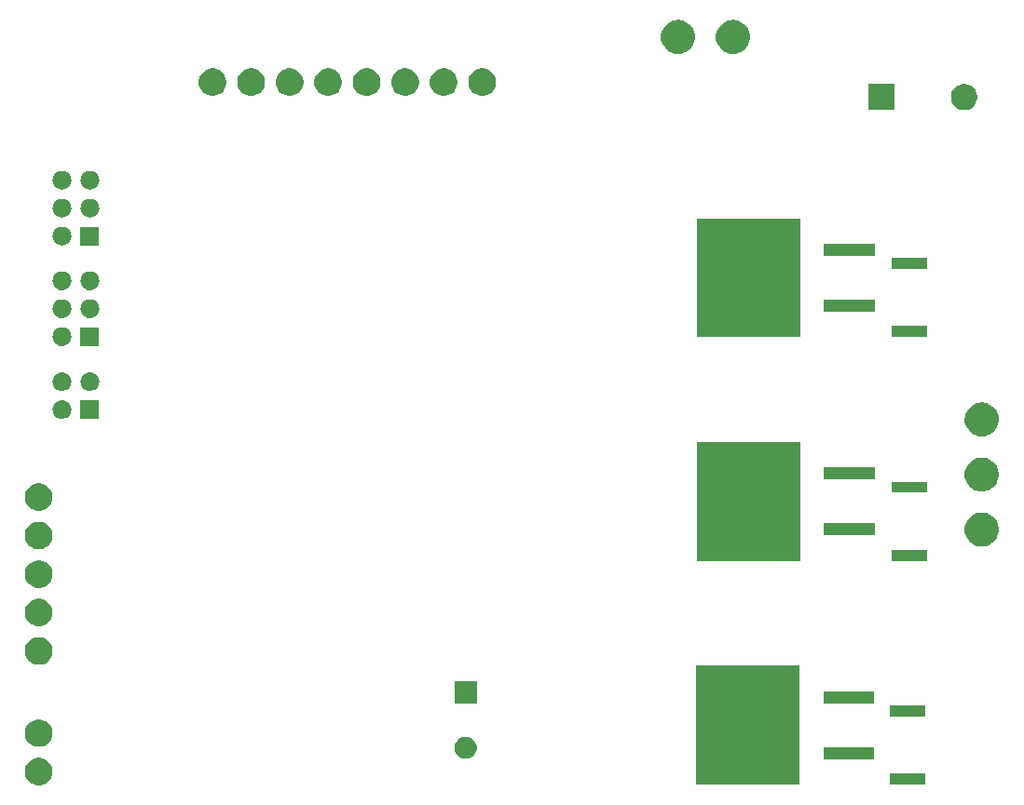
<source format=gbs>
G04 #@! TF.GenerationSoftware,KiCad,Pcbnew,(5.0.1)-3*
G04 #@! TF.CreationDate,2018-10-29T22:15:53-04:00*
G04 #@! TF.ProjectId,GCEW,474345572E6B696361645F7063620000,rev?*
G04 #@! TF.SameCoordinates,Original*
G04 #@! TF.FileFunction,Soldermask,Bot*
G04 #@! TF.FilePolarity,Negative*
%FSLAX46Y46*%
G04 Gerber Fmt 4.6, Leading zero omitted, Abs format (unit mm)*
G04 Created by KiCad (PCBNEW (5.0.1)-3) date 10/29/2018 10:15:53 PM*
%MOMM*%
%LPD*%
G01*
G04 APERTURE LIST*
%ADD10C,0.100000*%
G04 APERTURE END LIST*
D10*
G36*
X124364612Y-135823037D02*
X124592096Y-135917264D01*
X124796831Y-136054064D01*
X124970936Y-136228169D01*
X125107736Y-136432904D01*
X125201963Y-136660388D01*
X125250000Y-136901885D01*
X125250000Y-137148115D01*
X125201963Y-137389612D01*
X125107736Y-137617096D01*
X124970936Y-137821831D01*
X124796831Y-137995936D01*
X124592096Y-138132736D01*
X124364612Y-138226963D01*
X124123115Y-138275000D01*
X123876885Y-138275000D01*
X123635388Y-138226963D01*
X123407904Y-138132736D01*
X123203169Y-137995936D01*
X123029064Y-137821831D01*
X122892264Y-137617096D01*
X122798037Y-137389612D01*
X122750000Y-137148115D01*
X122750000Y-136901885D01*
X122798037Y-136660388D01*
X122892264Y-136432904D01*
X123029064Y-136228169D01*
X123203169Y-136054064D01*
X123407904Y-135917264D01*
X123635388Y-135823037D01*
X123876885Y-135775000D01*
X124123115Y-135775000D01*
X124364612Y-135823037D01*
X124364612Y-135823037D01*
G37*
G36*
X204550000Y-138200000D02*
X201350000Y-138200000D01*
X201350000Y-137200000D01*
X204550000Y-137200000D01*
X204550000Y-138200000D01*
X204550000Y-138200000D01*
G37*
G36*
X193149999Y-138199999D02*
X183749999Y-138199999D01*
X183749999Y-127399999D01*
X193149999Y-127399999D01*
X193149999Y-138199999D01*
X193149999Y-138199999D01*
G37*
G36*
X199899999Y-135889999D02*
X195299999Y-135889999D01*
X195299999Y-134789999D01*
X199899999Y-134789999D01*
X199899999Y-135889999D01*
X199899999Y-135889999D01*
G37*
G36*
X162975770Y-133865372D02*
X163091689Y-133888429D01*
X163273678Y-133963811D01*
X163437463Y-134073249D01*
X163576751Y-134212537D01*
X163686189Y-134376322D01*
X163761571Y-134558311D01*
X163800000Y-134751509D01*
X163800000Y-134948491D01*
X163761571Y-135141689D01*
X163686189Y-135323678D01*
X163576751Y-135487463D01*
X163437463Y-135626751D01*
X163273678Y-135736189D01*
X163091689Y-135811571D01*
X162975770Y-135834628D01*
X162898493Y-135850000D01*
X162701507Y-135850000D01*
X162624230Y-135834628D01*
X162508311Y-135811571D01*
X162326322Y-135736189D01*
X162162537Y-135626751D01*
X162023249Y-135487463D01*
X161913811Y-135323678D01*
X161838429Y-135141689D01*
X161800000Y-134948491D01*
X161800000Y-134751509D01*
X161838429Y-134558311D01*
X161913811Y-134376322D01*
X162023249Y-134212537D01*
X162162537Y-134073249D01*
X162326322Y-133963811D01*
X162508311Y-133888429D01*
X162624230Y-133865372D01*
X162701507Y-133850000D01*
X162898493Y-133850000D01*
X162975770Y-133865372D01*
X162975770Y-133865372D01*
G37*
G36*
X124364612Y-132323037D02*
X124592096Y-132417264D01*
X124796831Y-132554064D01*
X124970936Y-132728169D01*
X125107736Y-132932904D01*
X125201963Y-133160388D01*
X125250000Y-133401885D01*
X125250000Y-133648115D01*
X125201963Y-133889612D01*
X125107736Y-134117096D01*
X124970936Y-134321831D01*
X124796831Y-134495936D01*
X124592096Y-134632736D01*
X124364612Y-134726963D01*
X124123115Y-134775000D01*
X123876885Y-134775000D01*
X123635388Y-134726963D01*
X123407904Y-134632736D01*
X123203169Y-134495936D01*
X123029064Y-134321831D01*
X122892264Y-134117096D01*
X122798037Y-133889612D01*
X122750000Y-133648115D01*
X122750000Y-133401885D01*
X122798037Y-133160388D01*
X122892264Y-132932904D01*
X123029064Y-132728169D01*
X123203169Y-132554064D01*
X123407904Y-132417264D01*
X123635388Y-132323037D01*
X123876885Y-132275000D01*
X124123115Y-132275000D01*
X124364612Y-132323037D01*
X124364612Y-132323037D01*
G37*
G36*
X204550000Y-132000000D02*
X201350000Y-132000000D01*
X201350000Y-131000000D01*
X204550000Y-131000000D01*
X204550000Y-132000000D01*
X204550000Y-132000000D01*
G37*
G36*
X163800000Y-130850000D02*
X161800000Y-130850000D01*
X161800000Y-128850000D01*
X163800000Y-128850000D01*
X163800000Y-130850000D01*
X163800000Y-130850000D01*
G37*
G36*
X199899999Y-130809999D02*
X195299999Y-130809999D01*
X195299999Y-129709999D01*
X199899999Y-129709999D01*
X199899999Y-130809999D01*
X199899999Y-130809999D01*
G37*
G36*
X124364612Y-124848037D02*
X124592096Y-124942264D01*
X124796831Y-125079064D01*
X124970936Y-125253169D01*
X125107736Y-125457904D01*
X125201963Y-125685388D01*
X125250000Y-125926885D01*
X125250000Y-126173115D01*
X125201963Y-126414612D01*
X125107736Y-126642096D01*
X124970936Y-126846831D01*
X124796831Y-127020936D01*
X124592096Y-127157736D01*
X124364612Y-127251963D01*
X124123115Y-127300000D01*
X123876885Y-127300000D01*
X123635388Y-127251963D01*
X123407904Y-127157736D01*
X123203169Y-127020936D01*
X123029064Y-126846831D01*
X122892264Y-126642096D01*
X122798037Y-126414612D01*
X122750000Y-126173115D01*
X122750000Y-125926885D01*
X122798037Y-125685388D01*
X122892264Y-125457904D01*
X123029064Y-125253169D01*
X123203169Y-125079064D01*
X123407904Y-124942264D01*
X123635388Y-124848037D01*
X123876885Y-124800000D01*
X124123115Y-124800000D01*
X124364612Y-124848037D01*
X124364612Y-124848037D01*
G37*
G36*
X124364612Y-121348037D02*
X124592096Y-121442264D01*
X124796831Y-121579064D01*
X124970936Y-121753169D01*
X125107736Y-121957904D01*
X125201963Y-122185388D01*
X125250000Y-122426885D01*
X125250000Y-122673115D01*
X125201963Y-122914612D01*
X125107736Y-123142096D01*
X124970936Y-123346831D01*
X124796831Y-123520936D01*
X124592096Y-123657736D01*
X124364612Y-123751963D01*
X124123115Y-123800000D01*
X123876885Y-123800000D01*
X123635388Y-123751963D01*
X123407904Y-123657736D01*
X123203169Y-123520936D01*
X123029064Y-123346831D01*
X122892264Y-123142096D01*
X122798037Y-122914612D01*
X122750000Y-122673115D01*
X122750000Y-122426885D01*
X122798037Y-122185388D01*
X122892264Y-121957904D01*
X123029064Y-121753169D01*
X123203169Y-121579064D01*
X123407904Y-121442264D01*
X123635388Y-121348037D01*
X123876885Y-121300000D01*
X124123115Y-121300000D01*
X124364612Y-121348037D01*
X124364612Y-121348037D01*
G37*
G36*
X124364612Y-117848037D02*
X124592096Y-117942264D01*
X124796831Y-118079064D01*
X124970936Y-118253169D01*
X125107736Y-118457904D01*
X125201963Y-118685388D01*
X125250000Y-118926885D01*
X125250000Y-119173115D01*
X125201963Y-119414612D01*
X125107736Y-119642096D01*
X124970936Y-119846831D01*
X124796831Y-120020936D01*
X124592096Y-120157736D01*
X124364612Y-120251963D01*
X124123115Y-120300000D01*
X123876885Y-120300000D01*
X123635388Y-120251963D01*
X123407904Y-120157736D01*
X123203169Y-120020936D01*
X123029064Y-119846831D01*
X122892264Y-119642096D01*
X122798037Y-119414612D01*
X122750000Y-119173115D01*
X122750000Y-118926885D01*
X122798037Y-118685388D01*
X122892264Y-118457904D01*
X123029064Y-118253169D01*
X123203169Y-118079064D01*
X123407904Y-117942264D01*
X123635388Y-117848037D01*
X123876885Y-117800000D01*
X124123115Y-117800000D01*
X124364612Y-117848037D01*
X124364612Y-117848037D01*
G37*
G36*
X193199999Y-117850000D02*
X183799999Y-117850000D01*
X183799999Y-107050000D01*
X193199999Y-107050000D01*
X193199999Y-117850000D01*
X193199999Y-117850000D01*
G37*
G36*
X204700000Y-117850000D02*
X201500000Y-117850000D01*
X201500000Y-116850000D01*
X204700000Y-116850000D01*
X204700000Y-117850000D01*
X204700000Y-117850000D01*
G37*
G36*
X124364612Y-114348037D02*
X124592096Y-114442264D01*
X124796831Y-114579064D01*
X124970936Y-114753169D01*
X125107736Y-114957904D01*
X125201963Y-115185388D01*
X125250000Y-115426885D01*
X125250000Y-115673115D01*
X125201963Y-115914612D01*
X125107736Y-116142096D01*
X124970936Y-116346831D01*
X124796831Y-116520936D01*
X124592096Y-116657736D01*
X124364612Y-116751963D01*
X124123115Y-116800000D01*
X123876885Y-116800000D01*
X123635388Y-116751963D01*
X123407904Y-116657736D01*
X123203169Y-116520936D01*
X123029064Y-116346831D01*
X122892264Y-116142096D01*
X122798037Y-115914612D01*
X122750000Y-115673115D01*
X122750000Y-115426885D01*
X122798037Y-115185388D01*
X122892264Y-114957904D01*
X123029064Y-114753169D01*
X123203169Y-114579064D01*
X123407904Y-114442264D01*
X123635388Y-114348037D01*
X123876885Y-114300000D01*
X124123115Y-114300000D01*
X124364612Y-114348037D01*
X124364612Y-114348037D01*
G37*
G36*
X209952481Y-113469855D02*
X210152118Y-113509565D01*
X210340173Y-113587460D01*
X210434201Y-113626408D01*
X210688071Y-113796038D01*
X210903962Y-114011929D01*
X211073592Y-114265799D01*
X211073592Y-114265800D01*
X211190435Y-114547882D01*
X211190435Y-114547884D01*
X211250000Y-114847337D01*
X211250000Y-115152663D01*
X211243490Y-115185389D01*
X211190435Y-115452118D01*
X211112540Y-115640173D01*
X211073592Y-115734201D01*
X210903962Y-115988071D01*
X210688071Y-116203962D01*
X210434201Y-116373592D01*
X210340173Y-116412540D01*
X210152118Y-116490435D01*
X209952481Y-116530145D01*
X209852663Y-116550000D01*
X209547337Y-116550000D01*
X209447519Y-116530145D01*
X209247882Y-116490435D01*
X209059827Y-116412540D01*
X208965799Y-116373592D01*
X208711929Y-116203962D01*
X208496038Y-115988071D01*
X208326408Y-115734201D01*
X208287460Y-115640173D01*
X208209565Y-115452118D01*
X208156510Y-115185389D01*
X208150000Y-115152663D01*
X208150000Y-114847337D01*
X208209565Y-114547884D01*
X208209565Y-114547882D01*
X208326408Y-114265800D01*
X208326408Y-114265799D01*
X208496038Y-114011929D01*
X208711929Y-113796038D01*
X208965799Y-113626408D01*
X209059827Y-113587460D01*
X209247882Y-113509565D01*
X209447519Y-113469855D01*
X209547337Y-113450000D01*
X209852663Y-113450000D01*
X209952481Y-113469855D01*
X209952481Y-113469855D01*
G37*
G36*
X199949999Y-115540000D02*
X195349999Y-115540000D01*
X195349999Y-114440000D01*
X199949999Y-114440000D01*
X199949999Y-115540000D01*
X199949999Y-115540000D01*
G37*
G36*
X124364612Y-110848037D02*
X124592096Y-110942264D01*
X124796831Y-111079064D01*
X124970936Y-111253169D01*
X125107736Y-111457904D01*
X125201963Y-111685388D01*
X125250000Y-111926885D01*
X125250000Y-112173115D01*
X125201963Y-112414612D01*
X125107736Y-112642096D01*
X124970936Y-112846831D01*
X124796831Y-113020936D01*
X124592096Y-113157736D01*
X124364612Y-113251963D01*
X124123115Y-113300000D01*
X123876885Y-113300000D01*
X123635388Y-113251963D01*
X123407904Y-113157736D01*
X123203169Y-113020936D01*
X123029064Y-112846831D01*
X122892264Y-112642096D01*
X122798037Y-112414612D01*
X122750000Y-112173115D01*
X122750000Y-111926885D01*
X122798037Y-111685388D01*
X122892264Y-111457904D01*
X123029064Y-111253169D01*
X123203169Y-111079064D01*
X123407904Y-110942264D01*
X123635388Y-110848037D01*
X123876885Y-110800000D01*
X124123115Y-110800000D01*
X124364612Y-110848037D01*
X124364612Y-110848037D01*
G37*
G36*
X204700000Y-111650000D02*
X201500000Y-111650000D01*
X201500000Y-110650000D01*
X204700000Y-110650000D01*
X204700000Y-111650000D01*
X204700000Y-111650000D01*
G37*
G36*
X209952481Y-108469855D02*
X210152118Y-108509565D01*
X210340173Y-108587460D01*
X210434201Y-108626408D01*
X210688071Y-108796038D01*
X210903962Y-109011929D01*
X211073592Y-109265799D01*
X211073592Y-109265800D01*
X211190435Y-109547882D01*
X211250000Y-109847338D01*
X211250000Y-110152662D01*
X211190435Y-110452118D01*
X211112540Y-110640173D01*
X211073592Y-110734201D01*
X210903962Y-110988071D01*
X210688071Y-111203962D01*
X210434201Y-111373592D01*
X210340173Y-111412540D01*
X210152118Y-111490435D01*
X209952481Y-111530145D01*
X209852663Y-111550000D01*
X209547337Y-111550000D01*
X209447519Y-111530145D01*
X209247882Y-111490435D01*
X209059827Y-111412540D01*
X208965799Y-111373592D01*
X208711929Y-111203962D01*
X208496038Y-110988071D01*
X208326408Y-110734201D01*
X208287460Y-110640173D01*
X208209565Y-110452118D01*
X208150000Y-110152662D01*
X208150000Y-109847338D01*
X208209565Y-109547882D01*
X208326408Y-109265800D01*
X208326408Y-109265799D01*
X208496038Y-109011929D01*
X208711929Y-108796038D01*
X208965799Y-108626408D01*
X209059827Y-108587460D01*
X209247882Y-108509565D01*
X209447519Y-108469855D01*
X209547337Y-108450000D01*
X209852663Y-108450000D01*
X209952481Y-108469855D01*
X209952481Y-108469855D01*
G37*
G36*
X199949999Y-110460000D02*
X195349999Y-110460000D01*
X195349999Y-109360000D01*
X199949999Y-109360000D01*
X199949999Y-110460000D01*
X199949999Y-110460000D01*
G37*
G36*
X209952481Y-103469855D02*
X210152118Y-103509565D01*
X210340173Y-103587460D01*
X210434201Y-103626408D01*
X210688071Y-103796038D01*
X210903962Y-104011929D01*
X211073592Y-104265799D01*
X211073936Y-104266630D01*
X211190435Y-104547882D01*
X211221478Y-104703948D01*
X211242607Y-104810168D01*
X211250000Y-104847338D01*
X211250000Y-105152662D01*
X211190435Y-105452118D01*
X211112540Y-105640173D01*
X211073592Y-105734201D01*
X210903962Y-105988071D01*
X210688071Y-106203962D01*
X210434201Y-106373592D01*
X210340173Y-106412540D01*
X210152118Y-106490435D01*
X209952481Y-106530145D01*
X209852663Y-106550000D01*
X209547337Y-106550000D01*
X209447519Y-106530145D01*
X209247882Y-106490435D01*
X209059827Y-106412540D01*
X208965799Y-106373592D01*
X208711929Y-106203962D01*
X208496038Y-105988071D01*
X208326408Y-105734201D01*
X208287460Y-105640173D01*
X208209565Y-105452118D01*
X208150000Y-105152662D01*
X208150000Y-104847338D01*
X208157394Y-104810168D01*
X208178522Y-104703948D01*
X208209565Y-104547882D01*
X208326064Y-104266630D01*
X208326408Y-104265799D01*
X208496038Y-104011929D01*
X208711929Y-103796038D01*
X208965799Y-103626408D01*
X209059827Y-103587460D01*
X209247882Y-103509565D01*
X209447519Y-103469855D01*
X209547337Y-103450000D01*
X209852663Y-103450000D01*
X209952481Y-103469855D01*
X209952481Y-103469855D01*
G37*
G36*
X129500000Y-104950000D02*
X127800000Y-104950000D01*
X127800000Y-103250000D01*
X129500000Y-103250000D01*
X129500000Y-104950000D01*
X129500000Y-104950000D01*
G37*
G36*
X126276630Y-103262299D02*
X126436855Y-103310903D01*
X126584520Y-103389831D01*
X126713949Y-103496051D01*
X126820169Y-103625480D01*
X126899097Y-103773145D01*
X126947701Y-103933370D01*
X126964112Y-104100000D01*
X126947701Y-104266630D01*
X126899097Y-104426855D01*
X126820169Y-104574520D01*
X126713949Y-104703949D01*
X126584520Y-104810169D01*
X126436855Y-104889097D01*
X126276630Y-104937701D01*
X126151752Y-104950000D01*
X126068248Y-104950000D01*
X125943370Y-104937701D01*
X125783145Y-104889097D01*
X125635480Y-104810169D01*
X125506051Y-104703949D01*
X125399831Y-104574520D01*
X125320903Y-104426855D01*
X125272299Y-104266630D01*
X125255888Y-104100000D01*
X125272299Y-103933370D01*
X125320903Y-103773145D01*
X125399831Y-103625480D01*
X125506051Y-103496051D01*
X125635480Y-103389831D01*
X125783145Y-103310903D01*
X125943370Y-103262299D01*
X126068248Y-103250000D01*
X126151752Y-103250000D01*
X126276630Y-103262299D01*
X126276630Y-103262299D01*
G37*
G36*
X126276630Y-100722299D02*
X126436855Y-100770903D01*
X126584520Y-100849831D01*
X126713949Y-100956051D01*
X126820169Y-101085480D01*
X126899097Y-101233145D01*
X126947701Y-101393370D01*
X126964112Y-101560000D01*
X126947701Y-101726630D01*
X126899097Y-101886855D01*
X126820169Y-102034520D01*
X126713949Y-102163949D01*
X126584520Y-102270169D01*
X126436855Y-102349097D01*
X126276630Y-102397701D01*
X126151752Y-102410000D01*
X126068248Y-102410000D01*
X125943370Y-102397701D01*
X125783145Y-102349097D01*
X125635480Y-102270169D01*
X125506051Y-102163949D01*
X125399831Y-102034520D01*
X125320903Y-101886855D01*
X125272299Y-101726630D01*
X125255888Y-101560000D01*
X125272299Y-101393370D01*
X125320903Y-101233145D01*
X125399831Y-101085480D01*
X125506051Y-100956051D01*
X125635480Y-100849831D01*
X125783145Y-100770903D01*
X125943370Y-100722299D01*
X126068248Y-100710000D01*
X126151752Y-100710000D01*
X126276630Y-100722299D01*
X126276630Y-100722299D01*
G37*
G36*
X128816630Y-100722299D02*
X128976855Y-100770903D01*
X129124520Y-100849831D01*
X129253949Y-100956051D01*
X129360169Y-101085480D01*
X129439097Y-101233145D01*
X129487701Y-101393370D01*
X129504112Y-101560000D01*
X129487701Y-101726630D01*
X129439097Y-101886855D01*
X129360169Y-102034520D01*
X129253949Y-102163949D01*
X129124520Y-102270169D01*
X128976855Y-102349097D01*
X128816630Y-102397701D01*
X128691752Y-102410000D01*
X128608248Y-102410000D01*
X128483370Y-102397701D01*
X128323145Y-102349097D01*
X128175480Y-102270169D01*
X128046051Y-102163949D01*
X127939831Y-102034520D01*
X127860903Y-101886855D01*
X127812299Y-101726630D01*
X127795888Y-101560000D01*
X127812299Y-101393370D01*
X127860903Y-101233145D01*
X127939831Y-101085480D01*
X128046051Y-100956051D01*
X128175480Y-100849831D01*
X128323145Y-100770903D01*
X128483370Y-100722299D01*
X128608248Y-100710000D01*
X128691752Y-100710000D01*
X128816630Y-100722299D01*
X128816630Y-100722299D01*
G37*
G36*
X126276630Y-96612299D02*
X126436855Y-96660903D01*
X126584520Y-96739831D01*
X126713949Y-96846051D01*
X126820169Y-96975480D01*
X126899097Y-97123145D01*
X126947701Y-97283370D01*
X126964112Y-97450000D01*
X126947701Y-97616630D01*
X126899097Y-97776855D01*
X126820169Y-97924520D01*
X126713949Y-98053949D01*
X126584520Y-98160169D01*
X126436855Y-98239097D01*
X126276630Y-98287701D01*
X126151752Y-98300000D01*
X126068248Y-98300000D01*
X125943370Y-98287701D01*
X125783145Y-98239097D01*
X125635480Y-98160169D01*
X125506051Y-98053949D01*
X125399831Y-97924520D01*
X125320903Y-97776855D01*
X125272299Y-97616630D01*
X125255888Y-97450000D01*
X125272299Y-97283370D01*
X125320903Y-97123145D01*
X125399831Y-96975480D01*
X125506051Y-96846051D01*
X125635480Y-96739831D01*
X125783145Y-96660903D01*
X125943370Y-96612299D01*
X126068248Y-96600000D01*
X126151752Y-96600000D01*
X126276630Y-96612299D01*
X126276630Y-96612299D01*
G37*
G36*
X129500000Y-98300000D02*
X127800000Y-98300000D01*
X127800000Y-96600000D01*
X129500000Y-96600000D01*
X129500000Y-98300000D01*
X129500000Y-98300000D01*
G37*
G36*
X204700000Y-97500000D02*
X201500000Y-97500000D01*
X201500000Y-96500000D01*
X204700000Y-96500000D01*
X204700000Y-97500000D01*
X204700000Y-97500000D01*
G37*
G36*
X193199999Y-97500000D02*
X183799999Y-97500000D01*
X183799999Y-86700000D01*
X193199999Y-86700000D01*
X193199999Y-97500000D01*
X193199999Y-97500000D01*
G37*
G36*
X128816630Y-94072299D02*
X128976855Y-94120903D01*
X129124520Y-94199831D01*
X129253949Y-94306051D01*
X129360169Y-94435480D01*
X129439097Y-94583145D01*
X129487701Y-94743370D01*
X129504112Y-94910000D01*
X129487701Y-95076630D01*
X129439097Y-95236855D01*
X129360169Y-95384520D01*
X129253949Y-95513949D01*
X129124520Y-95620169D01*
X128976855Y-95699097D01*
X128816630Y-95747701D01*
X128691752Y-95760000D01*
X128608248Y-95760000D01*
X128483370Y-95747701D01*
X128323145Y-95699097D01*
X128175480Y-95620169D01*
X128046051Y-95513949D01*
X127939831Y-95384520D01*
X127860903Y-95236855D01*
X127812299Y-95076630D01*
X127795888Y-94910000D01*
X127812299Y-94743370D01*
X127860903Y-94583145D01*
X127939831Y-94435480D01*
X128046051Y-94306051D01*
X128175480Y-94199831D01*
X128323145Y-94120903D01*
X128483370Y-94072299D01*
X128608248Y-94060000D01*
X128691752Y-94060000D01*
X128816630Y-94072299D01*
X128816630Y-94072299D01*
G37*
G36*
X126276630Y-94072299D02*
X126436855Y-94120903D01*
X126584520Y-94199831D01*
X126713949Y-94306051D01*
X126820169Y-94435480D01*
X126899097Y-94583145D01*
X126947701Y-94743370D01*
X126964112Y-94910000D01*
X126947701Y-95076630D01*
X126899097Y-95236855D01*
X126820169Y-95384520D01*
X126713949Y-95513949D01*
X126584520Y-95620169D01*
X126436855Y-95699097D01*
X126276630Y-95747701D01*
X126151752Y-95760000D01*
X126068248Y-95760000D01*
X125943370Y-95747701D01*
X125783145Y-95699097D01*
X125635480Y-95620169D01*
X125506051Y-95513949D01*
X125399831Y-95384520D01*
X125320903Y-95236855D01*
X125272299Y-95076630D01*
X125255888Y-94910000D01*
X125272299Y-94743370D01*
X125320903Y-94583145D01*
X125399831Y-94435480D01*
X125506051Y-94306051D01*
X125635480Y-94199831D01*
X125783145Y-94120903D01*
X125943370Y-94072299D01*
X126068248Y-94060000D01*
X126151752Y-94060000D01*
X126276630Y-94072299D01*
X126276630Y-94072299D01*
G37*
G36*
X199949999Y-95190000D02*
X195349999Y-95190000D01*
X195349999Y-94090000D01*
X199949999Y-94090000D01*
X199949999Y-95190000D01*
X199949999Y-95190000D01*
G37*
G36*
X128816630Y-91532299D02*
X128976855Y-91580903D01*
X129124520Y-91659831D01*
X129253949Y-91766051D01*
X129360169Y-91895480D01*
X129439097Y-92043145D01*
X129487701Y-92203370D01*
X129504112Y-92370000D01*
X129487701Y-92536630D01*
X129439097Y-92696855D01*
X129360169Y-92844520D01*
X129253949Y-92973949D01*
X129124520Y-93080169D01*
X128976855Y-93159097D01*
X128816630Y-93207701D01*
X128691752Y-93220000D01*
X128608248Y-93220000D01*
X128483370Y-93207701D01*
X128323145Y-93159097D01*
X128175480Y-93080169D01*
X128046051Y-92973949D01*
X127939831Y-92844520D01*
X127860903Y-92696855D01*
X127812299Y-92536630D01*
X127795888Y-92370000D01*
X127812299Y-92203370D01*
X127860903Y-92043145D01*
X127939831Y-91895480D01*
X128046051Y-91766051D01*
X128175480Y-91659831D01*
X128323145Y-91580903D01*
X128483370Y-91532299D01*
X128608248Y-91520000D01*
X128691752Y-91520000D01*
X128816630Y-91532299D01*
X128816630Y-91532299D01*
G37*
G36*
X126276630Y-91532299D02*
X126436855Y-91580903D01*
X126584520Y-91659831D01*
X126713949Y-91766051D01*
X126820169Y-91895480D01*
X126899097Y-92043145D01*
X126947701Y-92203370D01*
X126964112Y-92370000D01*
X126947701Y-92536630D01*
X126899097Y-92696855D01*
X126820169Y-92844520D01*
X126713949Y-92973949D01*
X126584520Y-93080169D01*
X126436855Y-93159097D01*
X126276630Y-93207701D01*
X126151752Y-93220000D01*
X126068248Y-93220000D01*
X125943370Y-93207701D01*
X125783145Y-93159097D01*
X125635480Y-93080169D01*
X125506051Y-92973949D01*
X125399831Y-92844520D01*
X125320903Y-92696855D01*
X125272299Y-92536630D01*
X125255888Y-92370000D01*
X125272299Y-92203370D01*
X125320903Y-92043145D01*
X125399831Y-91895480D01*
X125506051Y-91766051D01*
X125635480Y-91659831D01*
X125783145Y-91580903D01*
X125943370Y-91532299D01*
X126068248Y-91520000D01*
X126151752Y-91520000D01*
X126276630Y-91532299D01*
X126276630Y-91532299D01*
G37*
G36*
X204700000Y-91300000D02*
X201500000Y-91300000D01*
X201500000Y-90300000D01*
X204700000Y-90300000D01*
X204700000Y-91300000D01*
X204700000Y-91300000D01*
G37*
G36*
X199949999Y-90110000D02*
X195349999Y-90110000D01*
X195349999Y-89010000D01*
X199949999Y-89010000D01*
X199949999Y-90110000D01*
X199949999Y-90110000D01*
G37*
G36*
X129500000Y-89150000D02*
X127800000Y-89150000D01*
X127800000Y-87450000D01*
X129500000Y-87450000D01*
X129500000Y-89150000D01*
X129500000Y-89150000D01*
G37*
G36*
X126276630Y-87462299D02*
X126436855Y-87510903D01*
X126584520Y-87589831D01*
X126713949Y-87696051D01*
X126820169Y-87825480D01*
X126899097Y-87973145D01*
X126947701Y-88133370D01*
X126964112Y-88300000D01*
X126947701Y-88466630D01*
X126899097Y-88626855D01*
X126820169Y-88774520D01*
X126713949Y-88903949D01*
X126584520Y-89010169D01*
X126436855Y-89089097D01*
X126276630Y-89137701D01*
X126151752Y-89150000D01*
X126068248Y-89150000D01*
X125943370Y-89137701D01*
X125783145Y-89089097D01*
X125635480Y-89010169D01*
X125506051Y-88903949D01*
X125399831Y-88774520D01*
X125320903Y-88626855D01*
X125272299Y-88466630D01*
X125255888Y-88300000D01*
X125272299Y-88133370D01*
X125320903Y-87973145D01*
X125399831Y-87825480D01*
X125506051Y-87696051D01*
X125635480Y-87589831D01*
X125783145Y-87510903D01*
X125943370Y-87462299D01*
X126068248Y-87450000D01*
X126151752Y-87450000D01*
X126276630Y-87462299D01*
X126276630Y-87462299D01*
G37*
G36*
X128816630Y-84922299D02*
X128976855Y-84970903D01*
X129124520Y-85049831D01*
X129253949Y-85156051D01*
X129360169Y-85285480D01*
X129439097Y-85433145D01*
X129487701Y-85593370D01*
X129504112Y-85760000D01*
X129487701Y-85926630D01*
X129439097Y-86086855D01*
X129360169Y-86234520D01*
X129253949Y-86363949D01*
X129124520Y-86470169D01*
X128976855Y-86549097D01*
X128816630Y-86597701D01*
X128691752Y-86610000D01*
X128608248Y-86610000D01*
X128483370Y-86597701D01*
X128323145Y-86549097D01*
X128175480Y-86470169D01*
X128046051Y-86363949D01*
X127939831Y-86234520D01*
X127860903Y-86086855D01*
X127812299Y-85926630D01*
X127795888Y-85760000D01*
X127812299Y-85593370D01*
X127860903Y-85433145D01*
X127939831Y-85285480D01*
X128046051Y-85156051D01*
X128175480Y-85049831D01*
X128323145Y-84970903D01*
X128483370Y-84922299D01*
X128608248Y-84910000D01*
X128691752Y-84910000D01*
X128816630Y-84922299D01*
X128816630Y-84922299D01*
G37*
G36*
X126276630Y-84922299D02*
X126436855Y-84970903D01*
X126584520Y-85049831D01*
X126713949Y-85156051D01*
X126820169Y-85285480D01*
X126899097Y-85433145D01*
X126947701Y-85593370D01*
X126964112Y-85760000D01*
X126947701Y-85926630D01*
X126899097Y-86086855D01*
X126820169Y-86234520D01*
X126713949Y-86363949D01*
X126584520Y-86470169D01*
X126436855Y-86549097D01*
X126276630Y-86597701D01*
X126151752Y-86610000D01*
X126068248Y-86610000D01*
X125943370Y-86597701D01*
X125783145Y-86549097D01*
X125635480Y-86470169D01*
X125506051Y-86363949D01*
X125399831Y-86234520D01*
X125320903Y-86086855D01*
X125272299Y-85926630D01*
X125255888Y-85760000D01*
X125272299Y-85593370D01*
X125320903Y-85433145D01*
X125399831Y-85285480D01*
X125506051Y-85156051D01*
X125635480Y-85049831D01*
X125783145Y-84970903D01*
X125943370Y-84922299D01*
X126068248Y-84910000D01*
X126151752Y-84910000D01*
X126276630Y-84922299D01*
X126276630Y-84922299D01*
G37*
G36*
X126276630Y-82382299D02*
X126436855Y-82430903D01*
X126584520Y-82509831D01*
X126713949Y-82616051D01*
X126820169Y-82745480D01*
X126899097Y-82893145D01*
X126947701Y-83053370D01*
X126964112Y-83220000D01*
X126947701Y-83386630D01*
X126899097Y-83546855D01*
X126820169Y-83694520D01*
X126713949Y-83823949D01*
X126584520Y-83930169D01*
X126436855Y-84009097D01*
X126276630Y-84057701D01*
X126151752Y-84070000D01*
X126068248Y-84070000D01*
X125943370Y-84057701D01*
X125783145Y-84009097D01*
X125635480Y-83930169D01*
X125506051Y-83823949D01*
X125399831Y-83694520D01*
X125320903Y-83546855D01*
X125272299Y-83386630D01*
X125255888Y-83220000D01*
X125272299Y-83053370D01*
X125320903Y-82893145D01*
X125399831Y-82745480D01*
X125506051Y-82616051D01*
X125635480Y-82509831D01*
X125783145Y-82430903D01*
X125943370Y-82382299D01*
X126068248Y-82370000D01*
X126151752Y-82370000D01*
X126276630Y-82382299D01*
X126276630Y-82382299D01*
G37*
G36*
X128816630Y-82382299D02*
X128976855Y-82430903D01*
X129124520Y-82509831D01*
X129253949Y-82616051D01*
X129360169Y-82745480D01*
X129439097Y-82893145D01*
X129487701Y-83053370D01*
X129504112Y-83220000D01*
X129487701Y-83386630D01*
X129439097Y-83546855D01*
X129360169Y-83694520D01*
X129253949Y-83823949D01*
X129124520Y-83930169D01*
X128976855Y-84009097D01*
X128816630Y-84057701D01*
X128691752Y-84070000D01*
X128608248Y-84070000D01*
X128483370Y-84057701D01*
X128323145Y-84009097D01*
X128175480Y-83930169D01*
X128046051Y-83823949D01*
X127939831Y-83694520D01*
X127860903Y-83546855D01*
X127812299Y-83386630D01*
X127795888Y-83220000D01*
X127812299Y-83053370D01*
X127860903Y-82893145D01*
X127939831Y-82745480D01*
X128046051Y-82616051D01*
X128175480Y-82509831D01*
X128323145Y-82430903D01*
X128483370Y-82382299D01*
X128608248Y-82370000D01*
X128691752Y-82370000D01*
X128816630Y-82382299D01*
X128816630Y-82382299D01*
G37*
G36*
X208450026Y-74496115D02*
X208668412Y-74586573D01*
X208864958Y-74717901D01*
X209032099Y-74885042D01*
X209163427Y-75081588D01*
X209253885Y-75299974D01*
X209300000Y-75531809D01*
X209300000Y-75768191D01*
X209253885Y-76000026D01*
X209163427Y-76218412D01*
X209032099Y-76414958D01*
X208864958Y-76582099D01*
X208668412Y-76713427D01*
X208450026Y-76803885D01*
X208218191Y-76850000D01*
X207981809Y-76850000D01*
X207749974Y-76803885D01*
X207531588Y-76713427D01*
X207335042Y-76582099D01*
X207167901Y-76414958D01*
X207036573Y-76218412D01*
X206946115Y-76000026D01*
X206900000Y-75768191D01*
X206900000Y-75531809D01*
X206946115Y-75299974D01*
X207036573Y-75081588D01*
X207167901Y-74885042D01*
X207335042Y-74717901D01*
X207531588Y-74586573D01*
X207749974Y-74496115D01*
X207981809Y-74450000D01*
X208218191Y-74450000D01*
X208450026Y-74496115D01*
X208450026Y-74496115D01*
G37*
G36*
X201800000Y-76850000D02*
X199400000Y-76850000D01*
X199400000Y-74450000D01*
X201800000Y-74450000D01*
X201800000Y-76850000D01*
X201800000Y-76850000D01*
G37*
G36*
X140164612Y-73098037D02*
X140392096Y-73192264D01*
X140596831Y-73329064D01*
X140770936Y-73503169D01*
X140907736Y-73707904D01*
X141001963Y-73935388D01*
X141050000Y-74176885D01*
X141050000Y-74423115D01*
X141001963Y-74664612D01*
X140907736Y-74892096D01*
X140770936Y-75096831D01*
X140596831Y-75270936D01*
X140392096Y-75407736D01*
X140164612Y-75501963D01*
X139923115Y-75550000D01*
X139676885Y-75550000D01*
X139435388Y-75501963D01*
X139207904Y-75407736D01*
X139003169Y-75270936D01*
X138829064Y-75096831D01*
X138692264Y-74892096D01*
X138598037Y-74664612D01*
X138550000Y-74423115D01*
X138550000Y-74176885D01*
X138598037Y-73935388D01*
X138692264Y-73707904D01*
X138829064Y-73503169D01*
X139003169Y-73329064D01*
X139207904Y-73192264D01*
X139435388Y-73098037D01*
X139676885Y-73050000D01*
X139923115Y-73050000D01*
X140164612Y-73098037D01*
X140164612Y-73098037D01*
G37*
G36*
X143664612Y-73098037D02*
X143892096Y-73192264D01*
X144096831Y-73329064D01*
X144270936Y-73503169D01*
X144407736Y-73707904D01*
X144501963Y-73935388D01*
X144550000Y-74176885D01*
X144550000Y-74423115D01*
X144501963Y-74664612D01*
X144407736Y-74892096D01*
X144270936Y-75096831D01*
X144096831Y-75270936D01*
X143892096Y-75407736D01*
X143664612Y-75501963D01*
X143423115Y-75550000D01*
X143176885Y-75550000D01*
X142935388Y-75501963D01*
X142707904Y-75407736D01*
X142503169Y-75270936D01*
X142329064Y-75096831D01*
X142192264Y-74892096D01*
X142098037Y-74664612D01*
X142050000Y-74423115D01*
X142050000Y-74176885D01*
X142098037Y-73935388D01*
X142192264Y-73707904D01*
X142329064Y-73503169D01*
X142503169Y-73329064D01*
X142707904Y-73192264D01*
X142935388Y-73098037D01*
X143176885Y-73050000D01*
X143423115Y-73050000D01*
X143664612Y-73098037D01*
X143664612Y-73098037D01*
G37*
G36*
X164664612Y-73098037D02*
X164892096Y-73192264D01*
X165096831Y-73329064D01*
X165270936Y-73503169D01*
X165407736Y-73707904D01*
X165501963Y-73935388D01*
X165550000Y-74176885D01*
X165550000Y-74423115D01*
X165501963Y-74664612D01*
X165407736Y-74892096D01*
X165270936Y-75096831D01*
X165096831Y-75270936D01*
X164892096Y-75407736D01*
X164664612Y-75501963D01*
X164423115Y-75550000D01*
X164176885Y-75550000D01*
X163935388Y-75501963D01*
X163707904Y-75407736D01*
X163503169Y-75270936D01*
X163329064Y-75096831D01*
X163192264Y-74892096D01*
X163098037Y-74664612D01*
X163050000Y-74423115D01*
X163050000Y-74176885D01*
X163098037Y-73935388D01*
X163192264Y-73707904D01*
X163329064Y-73503169D01*
X163503169Y-73329064D01*
X163707904Y-73192264D01*
X163935388Y-73098037D01*
X164176885Y-73050000D01*
X164423115Y-73050000D01*
X164664612Y-73098037D01*
X164664612Y-73098037D01*
G37*
G36*
X161164612Y-73098037D02*
X161392096Y-73192264D01*
X161596831Y-73329064D01*
X161770936Y-73503169D01*
X161907736Y-73707904D01*
X162001963Y-73935388D01*
X162050000Y-74176885D01*
X162050000Y-74423115D01*
X162001963Y-74664612D01*
X161907736Y-74892096D01*
X161770936Y-75096831D01*
X161596831Y-75270936D01*
X161392096Y-75407736D01*
X161164612Y-75501963D01*
X160923115Y-75550000D01*
X160676885Y-75550000D01*
X160435388Y-75501963D01*
X160207904Y-75407736D01*
X160003169Y-75270936D01*
X159829064Y-75096831D01*
X159692264Y-74892096D01*
X159598037Y-74664612D01*
X159550000Y-74423115D01*
X159550000Y-74176885D01*
X159598037Y-73935388D01*
X159692264Y-73707904D01*
X159829064Y-73503169D01*
X160003169Y-73329064D01*
X160207904Y-73192264D01*
X160435388Y-73098037D01*
X160676885Y-73050000D01*
X160923115Y-73050000D01*
X161164612Y-73098037D01*
X161164612Y-73098037D01*
G37*
G36*
X157664612Y-73098037D02*
X157892096Y-73192264D01*
X158096831Y-73329064D01*
X158270936Y-73503169D01*
X158407736Y-73707904D01*
X158501963Y-73935388D01*
X158550000Y-74176885D01*
X158550000Y-74423115D01*
X158501963Y-74664612D01*
X158407736Y-74892096D01*
X158270936Y-75096831D01*
X158096831Y-75270936D01*
X157892096Y-75407736D01*
X157664612Y-75501963D01*
X157423115Y-75550000D01*
X157176885Y-75550000D01*
X156935388Y-75501963D01*
X156707904Y-75407736D01*
X156503169Y-75270936D01*
X156329064Y-75096831D01*
X156192264Y-74892096D01*
X156098037Y-74664612D01*
X156050000Y-74423115D01*
X156050000Y-74176885D01*
X156098037Y-73935388D01*
X156192264Y-73707904D01*
X156329064Y-73503169D01*
X156503169Y-73329064D01*
X156707904Y-73192264D01*
X156935388Y-73098037D01*
X157176885Y-73050000D01*
X157423115Y-73050000D01*
X157664612Y-73098037D01*
X157664612Y-73098037D01*
G37*
G36*
X154164612Y-73098037D02*
X154392096Y-73192264D01*
X154596831Y-73329064D01*
X154770936Y-73503169D01*
X154907736Y-73707904D01*
X155001963Y-73935388D01*
X155050000Y-74176885D01*
X155050000Y-74423115D01*
X155001963Y-74664612D01*
X154907736Y-74892096D01*
X154770936Y-75096831D01*
X154596831Y-75270936D01*
X154392096Y-75407736D01*
X154164612Y-75501963D01*
X153923115Y-75550000D01*
X153676885Y-75550000D01*
X153435388Y-75501963D01*
X153207904Y-75407736D01*
X153003169Y-75270936D01*
X152829064Y-75096831D01*
X152692264Y-74892096D01*
X152598037Y-74664612D01*
X152550000Y-74423115D01*
X152550000Y-74176885D01*
X152598037Y-73935388D01*
X152692264Y-73707904D01*
X152829064Y-73503169D01*
X153003169Y-73329064D01*
X153207904Y-73192264D01*
X153435388Y-73098037D01*
X153676885Y-73050000D01*
X153923115Y-73050000D01*
X154164612Y-73098037D01*
X154164612Y-73098037D01*
G37*
G36*
X150664612Y-73098037D02*
X150892096Y-73192264D01*
X151096831Y-73329064D01*
X151270936Y-73503169D01*
X151407736Y-73707904D01*
X151501963Y-73935388D01*
X151550000Y-74176885D01*
X151550000Y-74423115D01*
X151501963Y-74664612D01*
X151407736Y-74892096D01*
X151270936Y-75096831D01*
X151096831Y-75270936D01*
X150892096Y-75407736D01*
X150664612Y-75501963D01*
X150423115Y-75550000D01*
X150176885Y-75550000D01*
X149935388Y-75501963D01*
X149707904Y-75407736D01*
X149503169Y-75270936D01*
X149329064Y-75096831D01*
X149192264Y-74892096D01*
X149098037Y-74664612D01*
X149050000Y-74423115D01*
X149050000Y-74176885D01*
X149098037Y-73935388D01*
X149192264Y-73707904D01*
X149329064Y-73503169D01*
X149503169Y-73329064D01*
X149707904Y-73192264D01*
X149935388Y-73098037D01*
X150176885Y-73050000D01*
X150423115Y-73050000D01*
X150664612Y-73098037D01*
X150664612Y-73098037D01*
G37*
G36*
X147164612Y-73098037D02*
X147392096Y-73192264D01*
X147596831Y-73329064D01*
X147770936Y-73503169D01*
X147907736Y-73707904D01*
X148001963Y-73935388D01*
X148050000Y-74176885D01*
X148050000Y-74423115D01*
X148001963Y-74664612D01*
X147907736Y-74892096D01*
X147770936Y-75096831D01*
X147596831Y-75270936D01*
X147392096Y-75407736D01*
X147164612Y-75501963D01*
X146923115Y-75550000D01*
X146676885Y-75550000D01*
X146435388Y-75501963D01*
X146207904Y-75407736D01*
X146003169Y-75270936D01*
X145829064Y-75096831D01*
X145692264Y-74892096D01*
X145598037Y-74664612D01*
X145550000Y-74423115D01*
X145550000Y-74176885D01*
X145598037Y-73935388D01*
X145692264Y-73707904D01*
X145829064Y-73503169D01*
X146003169Y-73329064D01*
X146207904Y-73192264D01*
X146435388Y-73098037D01*
X146676885Y-73050000D01*
X146923115Y-73050000D01*
X147164612Y-73098037D01*
X147164612Y-73098037D01*
G37*
G36*
X187352481Y-68669855D02*
X187552118Y-68709565D01*
X187740173Y-68787460D01*
X187834201Y-68826408D01*
X188088071Y-68996038D01*
X188303962Y-69211929D01*
X188473592Y-69465799D01*
X188473592Y-69465800D01*
X188590435Y-69747882D01*
X188650000Y-70047338D01*
X188650000Y-70352662D01*
X188590435Y-70652118D01*
X188512540Y-70840173D01*
X188473592Y-70934201D01*
X188303962Y-71188071D01*
X188088071Y-71403962D01*
X187834201Y-71573592D01*
X187740173Y-71612540D01*
X187552118Y-71690435D01*
X187352481Y-71730145D01*
X187252663Y-71750000D01*
X186947337Y-71750000D01*
X186847519Y-71730145D01*
X186647882Y-71690435D01*
X186459827Y-71612540D01*
X186365799Y-71573592D01*
X186111929Y-71403962D01*
X185896038Y-71188071D01*
X185726408Y-70934201D01*
X185687460Y-70840173D01*
X185609565Y-70652118D01*
X185550000Y-70352662D01*
X185550000Y-70047338D01*
X185609565Y-69747882D01*
X185726408Y-69465800D01*
X185726408Y-69465799D01*
X185896038Y-69211929D01*
X186111929Y-68996038D01*
X186365799Y-68826408D01*
X186459827Y-68787460D01*
X186647882Y-68709565D01*
X186847519Y-68669855D01*
X186947337Y-68650000D01*
X187252663Y-68650000D01*
X187352481Y-68669855D01*
X187352481Y-68669855D01*
G37*
G36*
X182352481Y-68669855D02*
X182552118Y-68709565D01*
X182740173Y-68787460D01*
X182834201Y-68826408D01*
X183088071Y-68996038D01*
X183303962Y-69211929D01*
X183473592Y-69465799D01*
X183473592Y-69465800D01*
X183590435Y-69747882D01*
X183650000Y-70047338D01*
X183650000Y-70352662D01*
X183590435Y-70652118D01*
X183512540Y-70840173D01*
X183473592Y-70934201D01*
X183303962Y-71188071D01*
X183088071Y-71403962D01*
X182834201Y-71573592D01*
X182740173Y-71612540D01*
X182552118Y-71690435D01*
X182352481Y-71730145D01*
X182252663Y-71750000D01*
X181947337Y-71750000D01*
X181847519Y-71730145D01*
X181647882Y-71690435D01*
X181459827Y-71612540D01*
X181365799Y-71573592D01*
X181111929Y-71403962D01*
X180896038Y-71188071D01*
X180726408Y-70934201D01*
X180687460Y-70840173D01*
X180609565Y-70652118D01*
X180550000Y-70352662D01*
X180550000Y-70047338D01*
X180609565Y-69747882D01*
X180726408Y-69465800D01*
X180726408Y-69465799D01*
X180896038Y-69211929D01*
X181111929Y-68996038D01*
X181365799Y-68826408D01*
X181459827Y-68787460D01*
X181647882Y-68709565D01*
X181847519Y-68669855D01*
X181947337Y-68650000D01*
X182252663Y-68650000D01*
X182352481Y-68669855D01*
X182352481Y-68669855D01*
G37*
M02*

</source>
